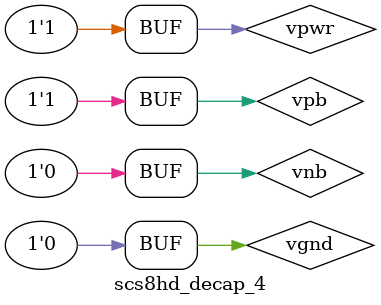
<source format=v>


`celldefine
`timescale 1ns / 1ps



module scs8hd_decap_4  (

`ifdef SC_USE_PG_PIN
input vpwr,
input vgnd,
input vpb,
input vnb
`endif

);

`ifdef functional
`else
`ifdef SC_USE_PG_PIN
`else
supply1 vpwr;
supply0 vgnd;
supply1 vpb;
supply0 vnb;
`endif
`endif


endmodule
`endcelldefine

</source>
